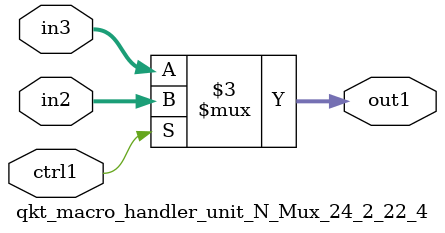
<source format=v>

`timescale 1ps / 1ps


module qkt_macro_handler_unit_N_Mux_24_2_22_4( in3, in2, ctrl1, out1 );

    input [23:0] in3;
    input [23:0] in2;
    input ctrl1;
    output [23:0] out1;
    reg [23:0] out1;

    
    // rtl_process:qkt_macro_handler_unit_N_Mux_24_2_22_4/qkt_macro_handler_unit_N_Mux_24_2_22_4_thread_1
    always @*
      begin : qkt_macro_handler_unit_N_Mux_24_2_22_4_thread_1
        case (ctrl1) 
          1'b1: 
            begin
              out1 = in2;
            end
          default: 
            begin
              out1 = in3;
            end
        endcase
      end

endmodule



</source>
